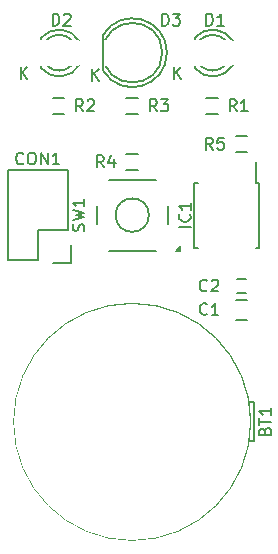
<source format=gto>
G04 #@! TF.FileFunction,Legend,Top*
%FSLAX46Y46*%
G04 Gerber Fmt 4.6, Leading zero omitted, Abs format (unit mm)*
G04 Created by KiCad (PCBNEW 4.0.0-rc1-stable) date 8/9/2016 11:22:53 PM*
%MOMM*%
G01*
G04 APERTURE LIST*
%ADD10C,0.100000*%
%ADD11C,0.150000*%
%ADD12R,6.300000X3.800000*%
%ADD13C,20.000000*%
%ADD14R,1.300000X1.550000*%
%ADD15R,1.100000X1.050000*%
%ADD16R,2.027200X2.027200*%
%ADD17O,2.027200X2.027200*%
%ADD18R,2.300000X2.300000*%
%ADD19C,2.300000*%
%ADD20R,2.200000X2.300000*%
%ADD21C,2.200000*%
%ADD22R,0.950000X2.000000*%
%ADD23R,0.800000X1.200000*%
%ADD24C,2.000000*%
G04 APERTURE END LIST*
D10*
D11*
X121906000Y-86651000D02*
X122287000Y-86651000D01*
X122287000Y-86651000D02*
X122287000Y-83349000D01*
X122287000Y-83349000D02*
X121906000Y-83349000D01*
X122000000Y-85000000D02*
G75*
G03X122000000Y-85000000I-10000000J0D01*
G01*
X120750000Y-76350000D02*
X121750000Y-76350000D01*
X121750000Y-74650000D02*
X120750000Y-74650000D01*
X121600000Y-74100000D02*
X120900000Y-74100000D01*
X120900000Y-72900000D02*
X121600000Y-72900000D01*
X106520000Y-68730000D02*
X106520000Y-63650000D01*
X106800000Y-71550000D02*
X105250000Y-71550000D01*
X103980000Y-71270000D02*
X103980000Y-68730000D01*
X103980000Y-68730000D02*
X106520000Y-68730000D01*
X106520000Y-63650000D02*
X101440000Y-63650000D01*
X101440000Y-63650000D02*
X101440000Y-68730000D01*
X106800000Y-71550000D02*
X106800000Y-70000000D01*
X101440000Y-71270000D02*
X103980000Y-71270000D01*
X101440000Y-68730000D02*
X101440000Y-71270000D01*
X117301000Y-55064000D02*
X117301000Y-54864000D01*
X117301000Y-52470000D02*
X117301000Y-52650000D01*
X120528744Y-52780357D02*
G75*
G03X117301000Y-52464000I-1727744J-1003643D01*
G01*
X119853006Y-52650932D02*
G75*
G03X117750000Y-52650000I-1052006J-1133068D01*
G01*
X117313780Y-55090726D02*
G75*
G03X120551000Y-54744000I1497220J1306726D01*
G01*
X117787111Y-54863253D02*
G75*
G03X119835000Y-54844000I1013889J1079253D01*
G01*
X104301000Y-55064000D02*
X104301000Y-54864000D01*
X104301000Y-52470000D02*
X104301000Y-52650000D01*
X107528744Y-52780357D02*
G75*
G03X104301000Y-52464000I-1727744J-1003643D01*
G01*
X106853006Y-52650932D02*
G75*
G03X104750000Y-52650000I-1052006J-1133068D01*
G01*
X104313780Y-55090726D02*
G75*
G03X107551000Y-54744000I1497220J1306726D01*
G01*
X104787111Y-54863253D02*
G75*
G03X106835000Y-54844000I1013889J1079253D01*
G01*
X109535112Y-55274904D02*
G75*
G03X109520000Y-52250000I2484888J1524904D01*
G01*
X109520000Y-55250000D02*
X109520000Y-52250000D01*
X114537936Y-53750000D02*
G75*
G03X114537936Y-53750000I-2517936J0D01*
G01*
X122755000Y-64750000D02*
X122455000Y-64750000D01*
X122755000Y-70250000D02*
X122455000Y-70250000D01*
X117245000Y-70250000D02*
X117545000Y-70250000D01*
X117245000Y-64750000D02*
X117545000Y-64750000D01*
X122755000Y-64750000D02*
X122755000Y-70250000D01*
X117245000Y-64750000D02*
X117245000Y-70250000D01*
X122455000Y-64750000D02*
X122455000Y-63000000D01*
X119250000Y-58925000D02*
X118250000Y-58925000D01*
X118250000Y-57575000D02*
X119250000Y-57575000D01*
X106250000Y-58925000D02*
X105250000Y-58925000D01*
X105250000Y-57575000D02*
X106250000Y-57575000D01*
X112500000Y-58925000D02*
X111500000Y-58925000D01*
X111500000Y-57575000D02*
X112500000Y-57575000D01*
X112500000Y-63675000D02*
X111500000Y-63675000D01*
X111500000Y-62325000D02*
X112500000Y-62325000D01*
X121750000Y-62175000D02*
X120750000Y-62175000D01*
X120750000Y-60825000D02*
X121750000Y-60825000D01*
X115950000Y-70500000D02*
X115950000Y-70400000D01*
X116050000Y-70550000D02*
X115700000Y-70550000D01*
X115700000Y-70550000D02*
G75*
G03X116050000Y-70200000I-700000J1050000D01*
G01*
X116050000Y-70550000D02*
X116050000Y-70200000D01*
X113414214Y-67500000D02*
G75*
G03X113414214Y-67500000I-1414214J0D01*
G01*
X114000000Y-64500000D02*
X110000000Y-64500000D01*
X114000000Y-70500000D02*
X110000000Y-70500000D01*
X115000000Y-66750000D02*
X115000000Y-68250000D01*
X109000000Y-68250000D02*
X109000000Y-66750000D01*
D10*
X115000000Y-67500000D02*
X115000000Y-67500000D01*
X110000000Y-64500000D02*
X114000000Y-64500000D01*
X110000000Y-70500000D02*
X114000000Y-70500000D01*
X109000000Y-67500000D02*
X109000000Y-67500000D01*
X113414214Y-67500000D02*
G75*
G03X113414214Y-67500000I-1414214J0D01*
G01*
D11*
X123231571Y-85785714D02*
X123279190Y-85642857D01*
X123326810Y-85595238D01*
X123422048Y-85547619D01*
X123564905Y-85547619D01*
X123660143Y-85595238D01*
X123707762Y-85642857D01*
X123755381Y-85738095D01*
X123755381Y-86119048D01*
X122755381Y-86119048D01*
X122755381Y-85785714D01*
X122803000Y-85690476D01*
X122850619Y-85642857D01*
X122945857Y-85595238D01*
X123041095Y-85595238D01*
X123136333Y-85642857D01*
X123183952Y-85690476D01*
X123231571Y-85785714D01*
X123231571Y-86119048D01*
X122755381Y-85261905D02*
X122755381Y-84690476D01*
X123755381Y-84976191D02*
X122755381Y-84976191D01*
X123755381Y-83833333D02*
X123755381Y-84404762D01*
X123755381Y-84119048D02*
X122755381Y-84119048D01*
X122898238Y-84214286D01*
X122993476Y-84309524D01*
X123041095Y-84404762D01*
X118333334Y-75857143D02*
X118285715Y-75904762D01*
X118142858Y-75952381D01*
X118047620Y-75952381D01*
X117904762Y-75904762D01*
X117809524Y-75809524D01*
X117761905Y-75714286D01*
X117714286Y-75523810D01*
X117714286Y-75380952D01*
X117761905Y-75190476D01*
X117809524Y-75095238D01*
X117904762Y-75000000D01*
X118047620Y-74952381D01*
X118142858Y-74952381D01*
X118285715Y-75000000D01*
X118333334Y-75047619D01*
X119285715Y-75952381D02*
X118714286Y-75952381D01*
X119000000Y-75952381D02*
X119000000Y-74952381D01*
X118904762Y-75095238D01*
X118809524Y-75190476D01*
X118714286Y-75238095D01*
X118333334Y-73857143D02*
X118285715Y-73904762D01*
X118142858Y-73952381D01*
X118047620Y-73952381D01*
X117904762Y-73904762D01*
X117809524Y-73809524D01*
X117761905Y-73714286D01*
X117714286Y-73523810D01*
X117714286Y-73380952D01*
X117761905Y-73190476D01*
X117809524Y-73095238D01*
X117904762Y-73000000D01*
X118047620Y-72952381D01*
X118142858Y-72952381D01*
X118285715Y-73000000D01*
X118333334Y-73047619D01*
X118714286Y-73047619D02*
X118761905Y-73000000D01*
X118857143Y-72952381D01*
X119095239Y-72952381D01*
X119190477Y-73000000D01*
X119238096Y-73047619D01*
X119285715Y-73142857D01*
X119285715Y-73238095D01*
X119238096Y-73380952D01*
X118666667Y-73952381D01*
X119285715Y-73952381D01*
X102785715Y-63107143D02*
X102738096Y-63154762D01*
X102595239Y-63202381D01*
X102500001Y-63202381D01*
X102357143Y-63154762D01*
X102261905Y-63059524D01*
X102214286Y-62964286D01*
X102166667Y-62773810D01*
X102166667Y-62630952D01*
X102214286Y-62440476D01*
X102261905Y-62345238D01*
X102357143Y-62250000D01*
X102500001Y-62202381D01*
X102595239Y-62202381D01*
X102738096Y-62250000D01*
X102785715Y-62297619D01*
X103404762Y-62202381D02*
X103595239Y-62202381D01*
X103690477Y-62250000D01*
X103785715Y-62345238D01*
X103833334Y-62535714D01*
X103833334Y-62869048D01*
X103785715Y-63059524D01*
X103690477Y-63154762D01*
X103595239Y-63202381D01*
X103404762Y-63202381D01*
X103309524Y-63154762D01*
X103214286Y-63059524D01*
X103166667Y-62869048D01*
X103166667Y-62535714D01*
X103214286Y-62345238D01*
X103309524Y-62250000D01*
X103404762Y-62202381D01*
X104261905Y-63202381D02*
X104261905Y-62202381D01*
X104833334Y-63202381D01*
X104833334Y-62202381D01*
X105833334Y-63202381D02*
X105261905Y-63202381D01*
X105547619Y-63202381D02*
X105547619Y-62202381D01*
X105452381Y-62345238D01*
X105357143Y-62440476D01*
X105261905Y-62488095D01*
X118261905Y-51452381D02*
X118261905Y-50452381D01*
X118500000Y-50452381D01*
X118642858Y-50500000D01*
X118738096Y-50595238D01*
X118785715Y-50690476D01*
X118833334Y-50880952D01*
X118833334Y-51023810D01*
X118785715Y-51214286D01*
X118738096Y-51309524D01*
X118642858Y-51404762D01*
X118500000Y-51452381D01*
X118261905Y-51452381D01*
X119785715Y-51452381D02*
X119214286Y-51452381D01*
X119500000Y-51452381D02*
X119500000Y-50452381D01*
X119404762Y-50595238D01*
X119309524Y-50690476D01*
X119214286Y-50738095D01*
X115548095Y-55942381D02*
X115548095Y-54942381D01*
X116119524Y-55942381D02*
X115690952Y-55370952D01*
X116119524Y-54942381D02*
X115548095Y-55513810D01*
X105261905Y-51452381D02*
X105261905Y-50452381D01*
X105500000Y-50452381D01*
X105642858Y-50500000D01*
X105738096Y-50595238D01*
X105785715Y-50690476D01*
X105833334Y-50880952D01*
X105833334Y-51023810D01*
X105785715Y-51214286D01*
X105738096Y-51309524D01*
X105642858Y-51404762D01*
X105500000Y-51452381D01*
X105261905Y-51452381D01*
X106214286Y-50547619D02*
X106261905Y-50500000D01*
X106357143Y-50452381D01*
X106595239Y-50452381D01*
X106690477Y-50500000D01*
X106738096Y-50547619D01*
X106785715Y-50642857D01*
X106785715Y-50738095D01*
X106738096Y-50880952D01*
X106166667Y-51452381D01*
X106785715Y-51452381D01*
X102548095Y-55942381D02*
X102548095Y-54942381D01*
X103119524Y-55942381D02*
X102690952Y-55370952D01*
X103119524Y-54942381D02*
X102548095Y-55513810D01*
X114511905Y-51452381D02*
X114511905Y-50452381D01*
X114750000Y-50452381D01*
X114892858Y-50500000D01*
X114988096Y-50595238D01*
X115035715Y-50690476D01*
X115083334Y-50880952D01*
X115083334Y-51023810D01*
X115035715Y-51214286D01*
X114988096Y-51309524D01*
X114892858Y-51404762D01*
X114750000Y-51452381D01*
X114511905Y-51452381D01*
X115416667Y-50452381D02*
X116035715Y-50452381D01*
X115702381Y-50833333D01*
X115845239Y-50833333D01*
X115940477Y-50880952D01*
X115988096Y-50928571D01*
X116035715Y-51023810D01*
X116035715Y-51261905D01*
X115988096Y-51357143D01*
X115940477Y-51404762D01*
X115845239Y-51452381D01*
X115559524Y-51452381D01*
X115464286Y-51404762D01*
X115416667Y-51357143D01*
X108583095Y-56107381D02*
X108583095Y-55107381D01*
X109154524Y-56107381D02*
X108725952Y-55535952D01*
X109154524Y-55107381D02*
X108583095Y-55678810D01*
X116952381Y-68476190D02*
X115952381Y-68476190D01*
X116857143Y-67428571D02*
X116904762Y-67476190D01*
X116952381Y-67619047D01*
X116952381Y-67714285D01*
X116904762Y-67857143D01*
X116809524Y-67952381D01*
X116714286Y-68000000D01*
X116523810Y-68047619D01*
X116380952Y-68047619D01*
X116190476Y-68000000D01*
X116095238Y-67952381D01*
X116000000Y-67857143D01*
X115952381Y-67714285D01*
X115952381Y-67619047D01*
X116000000Y-67476190D01*
X116047619Y-67428571D01*
X116952381Y-66476190D02*
X116952381Y-67047619D01*
X116952381Y-66761905D02*
X115952381Y-66761905D01*
X116095238Y-66857143D01*
X116190476Y-66952381D01*
X116238095Y-67047619D01*
X120833334Y-58702381D02*
X120500000Y-58226190D01*
X120261905Y-58702381D02*
X120261905Y-57702381D01*
X120642858Y-57702381D01*
X120738096Y-57750000D01*
X120785715Y-57797619D01*
X120833334Y-57892857D01*
X120833334Y-58035714D01*
X120785715Y-58130952D01*
X120738096Y-58178571D01*
X120642858Y-58226190D01*
X120261905Y-58226190D01*
X121785715Y-58702381D02*
X121214286Y-58702381D01*
X121500000Y-58702381D02*
X121500000Y-57702381D01*
X121404762Y-57845238D01*
X121309524Y-57940476D01*
X121214286Y-57988095D01*
X107833334Y-58702381D02*
X107500000Y-58226190D01*
X107261905Y-58702381D02*
X107261905Y-57702381D01*
X107642858Y-57702381D01*
X107738096Y-57750000D01*
X107785715Y-57797619D01*
X107833334Y-57892857D01*
X107833334Y-58035714D01*
X107785715Y-58130952D01*
X107738096Y-58178571D01*
X107642858Y-58226190D01*
X107261905Y-58226190D01*
X108214286Y-57797619D02*
X108261905Y-57750000D01*
X108357143Y-57702381D01*
X108595239Y-57702381D01*
X108690477Y-57750000D01*
X108738096Y-57797619D01*
X108785715Y-57892857D01*
X108785715Y-57988095D01*
X108738096Y-58130952D01*
X108166667Y-58702381D01*
X108785715Y-58702381D01*
X114083334Y-58702381D02*
X113750000Y-58226190D01*
X113511905Y-58702381D02*
X113511905Y-57702381D01*
X113892858Y-57702381D01*
X113988096Y-57750000D01*
X114035715Y-57797619D01*
X114083334Y-57892857D01*
X114083334Y-58035714D01*
X114035715Y-58130952D01*
X113988096Y-58178571D01*
X113892858Y-58226190D01*
X113511905Y-58226190D01*
X114416667Y-57702381D02*
X115035715Y-57702381D01*
X114702381Y-58083333D01*
X114845239Y-58083333D01*
X114940477Y-58130952D01*
X114988096Y-58178571D01*
X115035715Y-58273810D01*
X115035715Y-58511905D01*
X114988096Y-58607143D01*
X114940477Y-58654762D01*
X114845239Y-58702381D01*
X114559524Y-58702381D01*
X114464286Y-58654762D01*
X114416667Y-58607143D01*
X109583334Y-63452381D02*
X109250000Y-62976190D01*
X109011905Y-63452381D02*
X109011905Y-62452381D01*
X109392858Y-62452381D01*
X109488096Y-62500000D01*
X109535715Y-62547619D01*
X109583334Y-62642857D01*
X109583334Y-62785714D01*
X109535715Y-62880952D01*
X109488096Y-62928571D01*
X109392858Y-62976190D01*
X109011905Y-62976190D01*
X110440477Y-62785714D02*
X110440477Y-63452381D01*
X110202381Y-62404762D02*
X109964286Y-63119048D01*
X110583334Y-63119048D01*
X118833334Y-61952381D02*
X118500000Y-61476190D01*
X118261905Y-61952381D02*
X118261905Y-60952381D01*
X118642858Y-60952381D01*
X118738096Y-61000000D01*
X118785715Y-61047619D01*
X118833334Y-61142857D01*
X118833334Y-61285714D01*
X118785715Y-61380952D01*
X118738096Y-61428571D01*
X118642858Y-61476190D01*
X118261905Y-61476190D01*
X119738096Y-60952381D02*
X119261905Y-60952381D01*
X119214286Y-61428571D01*
X119261905Y-61380952D01*
X119357143Y-61333333D01*
X119595239Y-61333333D01*
X119690477Y-61380952D01*
X119738096Y-61428571D01*
X119785715Y-61523810D01*
X119785715Y-61761905D01*
X119738096Y-61857143D01*
X119690477Y-61904762D01*
X119595239Y-61952381D01*
X119357143Y-61952381D01*
X119261905Y-61904762D01*
X119214286Y-61857143D01*
X107904762Y-68833333D02*
X107952381Y-68690476D01*
X107952381Y-68452380D01*
X107904762Y-68357142D01*
X107857143Y-68309523D01*
X107761905Y-68261904D01*
X107666667Y-68261904D01*
X107571429Y-68309523D01*
X107523810Y-68357142D01*
X107476190Y-68452380D01*
X107428571Y-68642857D01*
X107380952Y-68738095D01*
X107333333Y-68785714D01*
X107238095Y-68833333D01*
X107142857Y-68833333D01*
X107047619Y-68785714D01*
X107000000Y-68738095D01*
X106952381Y-68642857D01*
X106952381Y-68404761D01*
X107000000Y-68261904D01*
X106952381Y-67928571D02*
X107952381Y-67690476D01*
X107238095Y-67499999D01*
X107952381Y-67309523D01*
X106952381Y-67071428D01*
X107952381Y-66166666D02*
X107952381Y-66738095D01*
X107952381Y-66452381D02*
X106952381Y-66452381D01*
X107095238Y-66547619D01*
X107190476Y-66642857D01*
X107238095Y-66738095D01*
%LPC*%
D12*
X112000000Y-97000000D03*
D13*
X112000000Y-85000000D03*
D12*
X112000000Y-73000000D03*
D14*
X122250000Y-75500000D03*
X120250000Y-75500000D03*
D15*
X122000000Y-73500000D03*
X120500000Y-73500000D03*
D16*
X105250000Y-70000000D03*
D17*
X102710000Y-70000000D03*
X105250000Y-67460000D03*
X102710000Y-67460000D03*
X105250000Y-64920000D03*
X102710000Y-64920000D03*
D18*
X117500000Y-53750000D03*
D19*
X120040000Y-53750000D03*
D18*
X104500000Y-53750000D03*
D19*
X107040000Y-53750000D03*
D20*
X110750000Y-53750000D03*
D21*
X113290000Y-53750000D03*
D22*
X121905000Y-63850000D03*
X120635000Y-63850000D03*
X119365000Y-63850000D03*
X118095000Y-63850000D03*
X118095000Y-71150000D03*
X119365000Y-71150000D03*
X120635000Y-71150000D03*
X121905000Y-71150000D03*
D23*
X118000000Y-58250000D03*
X119500000Y-58250000D03*
X105000000Y-58250000D03*
X106500000Y-58250000D03*
X111250000Y-58250000D03*
X112750000Y-58250000D03*
X111250000Y-63000000D03*
X112750000Y-63000000D03*
X120500000Y-61500000D03*
X122000000Y-61500000D03*
D24*
X109000000Y-65500000D03*
X115000000Y-65500000D03*
X109000000Y-69500000D03*
X115000000Y-69500000D03*
M02*

</source>
